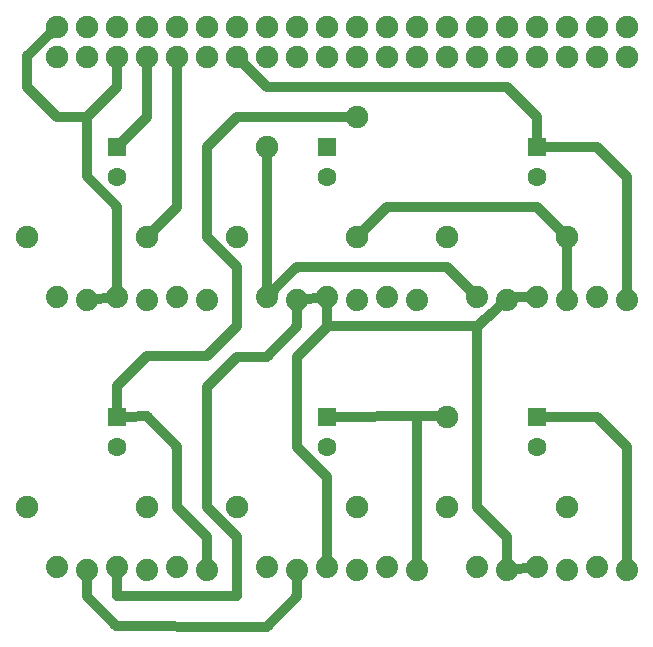
<source format=gtl>
G04 MADE WITH FRITZING*
G04 WWW.FRITZING.ORG*
G04 DOUBLE SIDED*
G04 HOLES PLATED*
G04 CONTOUR ON CENTER OF CONTOUR VECTOR*
%ASAXBY*%
%FSLAX23Y23*%
%MOIN*%
%OFA0B0*%
%SFA1.0B1.0*%
%ADD10C,0.075000*%
%ADD11C,0.062992*%
%ADD12C,0.074000*%
%ADD13C,0.074667*%
%ADD14C,0.074695*%
%ADD15C,0.075433*%
%ADD16R,0.062992X0.062992*%
%ADD17C,0.032000*%
%LNCOPPER1*%
G90*
G70*
G54D10*
X302Y1584D03*
X702Y1584D03*
G54D11*
X602Y1883D03*
X602Y1784D03*
G54D10*
X1002Y1584D03*
X1402Y1584D03*
G54D11*
X1302Y1883D03*
X1302Y1784D03*
G54D10*
X1702Y1584D03*
X2102Y1584D03*
G54D11*
X2002Y1883D03*
X2002Y1784D03*
G54D10*
X302Y684D03*
X702Y684D03*
G54D11*
X602Y983D03*
X602Y884D03*
G54D10*
X1002Y684D03*
X1402Y684D03*
G54D11*
X1302Y983D03*
X1302Y884D03*
G54D10*
X1702Y684D03*
X2102Y684D03*
G54D11*
X2002Y983D03*
X2002Y884D03*
G54D12*
X902Y1374D03*
X802Y1384D03*
X702Y1374D03*
X602Y1384D03*
X502Y1374D03*
X402Y1384D03*
X1602Y1374D03*
X1502Y1384D03*
X1402Y1374D03*
X1302Y1384D03*
X1202Y1374D03*
X1102Y1384D03*
X2302Y1374D03*
X2202Y1384D03*
X2102Y1374D03*
X2002Y1384D03*
X1902Y1374D03*
X1802Y1384D03*
X902Y474D03*
X802Y484D03*
X702Y474D03*
X602Y484D03*
X502Y474D03*
X402Y484D03*
X1602Y474D03*
X1502Y484D03*
X1402Y474D03*
X1302Y484D03*
X1202Y474D03*
X1102Y484D03*
X2302Y474D03*
X2202Y484D03*
X2102Y474D03*
X2002Y484D03*
X1902Y474D03*
X1802Y484D03*
G54D13*
X402Y2184D03*
X502Y2184D03*
X602Y2184D03*
X702Y2184D03*
G54D14*
X802Y2184D03*
G54D13*
X902Y2184D03*
X1002Y2184D03*
X1102Y2184D03*
X1202Y2184D03*
G54D14*
X1302Y2184D03*
G54D13*
X1402Y2184D03*
G54D14*
X1502Y2184D03*
G54D13*
X1602Y2184D03*
X1702Y2184D03*
X1802Y2184D03*
X1902Y2184D03*
G54D14*
X2002Y2184D03*
G54D13*
X2102Y2184D03*
X2202Y2184D03*
X2302Y2184D03*
X2302Y2284D03*
X2202Y2284D03*
X2102Y2284D03*
G54D14*
X2002Y2284D03*
G54D13*
X1902Y2284D03*
X1802Y2284D03*
X1702Y2284D03*
X1602Y2284D03*
G54D14*
X1502Y2284D03*
G54D13*
X1402Y2284D03*
G54D14*
X1302Y2284D03*
G54D13*
X1202Y2284D03*
X1102Y2284D03*
X1002Y2284D03*
X902Y2284D03*
G54D14*
X802Y2284D03*
G54D13*
X702Y2284D03*
X602Y2284D03*
X502Y2284D03*
X402Y2284D03*
G54D15*
X1402Y1984D03*
X1702Y984D03*
X1102Y1884D03*
G54D16*
X602Y1883D03*
X1302Y1883D03*
X2002Y1883D03*
X602Y983D03*
X1302Y983D03*
X2002Y983D03*
G54D17*
X2102Y1556D02*
X2102Y1405D01*
D02*
X2202Y1883D02*
X2302Y1783D01*
D02*
X2029Y1883D02*
X2202Y1883D01*
D02*
X2302Y1783D02*
X2302Y1405D01*
D02*
X2002Y1984D02*
X1902Y2084D01*
D02*
X1902Y2084D02*
X1102Y2084D01*
D02*
X1102Y2084D02*
X1026Y2161D01*
D02*
X2002Y1910D02*
X2002Y1984D01*
D02*
X1202Y438D02*
X1202Y385D01*
D02*
X600Y285D02*
X501Y385D01*
D02*
X1002Y284D02*
X600Y285D01*
D02*
X1102Y284D02*
X1002Y284D01*
D02*
X501Y385D02*
X502Y443D01*
D02*
X2303Y884D02*
X2203Y984D01*
D02*
X2203Y984D02*
X2029Y983D01*
D02*
X2302Y505D02*
X2303Y884D01*
D02*
X1902Y505D02*
X1902Y584D01*
D02*
X1802Y1284D02*
X1879Y1353D01*
D02*
X1302Y1353D02*
X1302Y1284D01*
D02*
X1302Y1284D02*
X1202Y1184D01*
D02*
X1202Y884D02*
X1302Y784D01*
D02*
X1202Y1184D02*
X1202Y884D01*
D02*
X1302Y784D02*
X1302Y515D01*
D02*
X1802Y684D02*
X1802Y1184D01*
D02*
X1902Y584D02*
X1802Y684D01*
D02*
X1802Y1184D02*
X1802Y1284D01*
D02*
X1271Y1381D02*
X1233Y1377D01*
D02*
X702Y2151D02*
X703Y1984D01*
D02*
X703Y1984D02*
X621Y1902D01*
D02*
X902Y511D02*
X903Y584D01*
D02*
X903Y584D02*
X802Y684D01*
D02*
X802Y684D02*
X802Y884D01*
D02*
X802Y884D02*
X702Y985D01*
D02*
X702Y985D02*
X635Y983D01*
D02*
X1368Y1984D02*
X1002Y1984D01*
D02*
X1002Y1984D02*
X902Y1884D01*
D02*
X902Y1884D02*
X902Y1584D01*
D02*
X1002Y1484D02*
X1002Y1285D01*
D02*
X902Y1584D02*
X1002Y1484D01*
D02*
X1002Y1285D02*
X903Y1185D01*
D02*
X704Y1185D02*
X601Y1085D01*
D02*
X903Y1185D02*
X704Y1185D01*
D02*
X601Y1085D02*
X602Y1010D01*
D02*
X1329Y983D02*
X1601Y986D01*
D02*
X1601Y986D02*
X1674Y985D01*
D02*
X1602Y505D02*
X1601Y986D01*
D02*
X1102Y1855D02*
X1102Y1415D01*
D02*
X1780Y1406D02*
X1702Y1484D01*
D02*
X1702Y1484D02*
X1603Y1484D01*
D02*
X1603Y1484D02*
X1202Y1484D01*
D02*
X1202Y1484D02*
X1103Y1385D01*
D02*
X1103Y1385D02*
X1127Y1403D01*
D02*
X603Y453D02*
X603Y385D01*
D02*
X603Y385D02*
X903Y385D01*
D02*
X1003Y484D02*
X1002Y584D01*
D02*
X1003Y385D02*
X1003Y484D01*
D02*
X903Y385D02*
X1003Y385D01*
D02*
X1002Y584D02*
X902Y684D01*
D02*
X1103Y1184D02*
X1202Y1285D01*
D02*
X902Y1084D02*
X1002Y1184D01*
D02*
X1002Y1184D02*
X1103Y1184D01*
D02*
X902Y684D02*
X902Y1084D01*
D02*
X1202Y1285D02*
X1202Y1343D01*
D02*
X1971Y1384D02*
X1932Y1384D01*
X1932Y1384D02*
X1932Y1384D01*
D02*
X533Y1377D02*
X571Y1381D01*
D02*
X603Y2152D02*
X604Y2083D01*
D02*
X604Y2083D02*
X501Y1984D01*
D02*
X501Y1984D02*
X502Y1785D01*
D02*
X502Y1785D02*
X603Y1684D01*
D02*
X603Y1684D02*
X602Y1415D01*
D02*
X379Y2261D02*
X302Y2185D01*
D02*
X302Y2185D02*
X302Y2084D01*
D02*
X302Y2084D02*
X402Y1984D01*
D02*
X402Y1984D02*
X501Y1984D01*
D02*
X604Y2083D02*
X603Y2152D01*
D02*
X501Y1984D02*
X604Y2083D01*
D02*
X2082Y1604D02*
X2003Y1684D01*
D02*
X2003Y1684D02*
X1802Y1684D01*
D02*
X1802Y1684D02*
X1503Y1684D01*
D02*
X1503Y1684D02*
X1423Y1604D01*
D02*
X802Y1684D02*
X802Y2152D01*
D02*
X723Y1604D02*
X802Y1684D01*
D02*
X1702Y1285D02*
X1302Y1285D01*
D02*
X1302Y1285D02*
X1302Y1353D01*
D02*
X1879Y1354D02*
X1802Y1285D01*
D02*
X1802Y1285D02*
X1702Y1285D01*
D02*
X1971Y481D02*
X1933Y477D01*
D02*
X1202Y385D02*
X1102Y284D01*
G04 End of Copper1*
M02*
</source>
